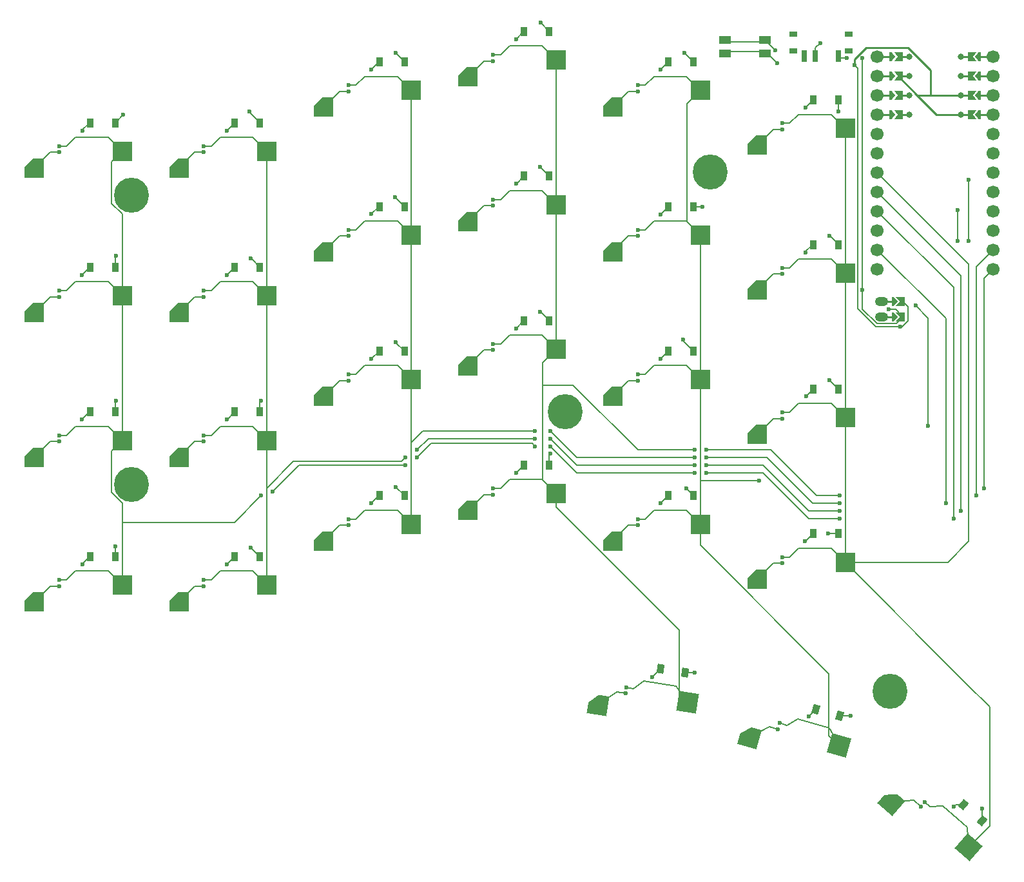
<source format=gbr>
%TF.GenerationSoftware,KiCad,Pcbnew,9.0.6*%
%TF.CreationDate,2026-01-10T00:21:16+01:00*%
%TF.ProjectId,shoedler54,73686f65-646c-4657-9235-342e6b696361,v1.0.0*%
%TF.SameCoordinates,Original*%
%TF.FileFunction,Copper,L1,Top*%
%TF.FilePolarity,Positive*%
%FSLAX46Y46*%
G04 Gerber Fmt 4.6, Leading zero omitted, Abs format (unit mm)*
G04 Created by KiCad (PCBNEW 9.0.6) date 2026-01-10 00:21:16*
%MOMM*%
%LPD*%
G01*
G04 APERTURE LIST*
G04 Aperture macros list*
%AMRotRect*
0 Rectangle, with rotation*
0 The origin of the aperture is its center*
0 $1 length*
0 $2 width*
0 $3 Rotation angle, in degrees counterclockwise*
0 Add horizontal line*
21,1,$1,$2,0,0,$3*%
%AMOutline5P*
0 Free polygon, 5 corners , with rotation*
0 The origin of the aperture is its center*
0 number of corners: always 5*
0 $1 to $10 corner X, Y*
0 $11 Rotation angle, in degrees counterclockwise*
0 create outline with 5 corners*
4,1,5,$1,$2,$3,$4,$5,$6,$7,$8,$9,$10,$1,$2,$11*%
%AMOutline6P*
0 Free polygon, 6 corners , with rotation*
0 The origin of the aperture is its center*
0 number of corners: always 6*
0 $1 to $12 corner X, Y*
0 $13 Rotation angle, in degrees counterclockwise*
0 create outline with 6 corners*
4,1,6,$1,$2,$3,$4,$5,$6,$7,$8,$9,$10,$11,$12,$1,$2,$13*%
%AMOutline7P*
0 Free polygon, 7 corners , with rotation*
0 The origin of the aperture is its center*
0 number of corners: always 7*
0 $1 to $14 corner X, Y*
0 $15 Rotation angle, in degrees counterclockwise*
0 create outline with 7 corners*
4,1,7,$1,$2,$3,$4,$5,$6,$7,$8,$9,$10,$11,$12,$13,$14,$1,$2,$15*%
%AMOutline8P*
0 Free polygon, 8 corners , with rotation*
0 The origin of the aperture is its center*
0 number of corners: always 8*
0 $1 to $16 corner X, Y*
0 $17 Rotation angle, in degrees counterclockwise*
0 create outline with 8 corners*
4,1,8,$1,$2,$3,$4,$5,$6,$7,$8,$9,$10,$11,$12,$13,$14,$15,$16,$1,$2,$17*%
%AMFreePoly0*
4,1,6,0.250000,0.000000,-0.250000,-0.625000,-0.500000,-0.625000,-0.500000,0.625000,-0.250000,0.625000,0.250000,0.000000,0.250000,0.000000,$1*%
%AMFreePoly1*
4,1,6,0.500000,-0.625000,-0.650000,-0.625000,-0.150000,0.000000,-0.650000,0.625000,0.500000,0.625000,0.500000,-0.625000,0.500000,-0.625000,$1*%
%AMFreePoly2*
4,1,6,0.600000,-1.000000,0.000000,-0.400000,-0.600000,-1.000000,-0.600000,0.250000,0.600000,0.250000,0.600000,-1.000000,0.600000,-1.000000,$1*%
%AMFreePoly3*
4,1,6,0.600000,-0.200000,0.600000,-0.400000,-0.600000,-0.400000,-0.600000,-0.200000,0.000000,0.400000,0.600000,-0.200000,0.600000,-0.200000,$1*%
G04 Aperture macros list end*
%TA.AperFunction,SMDPad,CuDef*%
%ADD10RotRect,0.900000X1.200000X164.000000*%
%TD*%
%TA.AperFunction,SMDPad,CuDef*%
%ADD11R,0.900000X1.200000*%
%TD*%
%TA.AperFunction,SMDPad,CuDef*%
%ADD12RotRect,0.900000X1.200000X139.000000*%
%TD*%
%TA.AperFunction,SMDPad,CuDef*%
%ADD13R,1.000000X0.800000*%
%TD*%
%TA.AperFunction,SMDPad,CuDef*%
%ADD14R,0.700000X1.500000*%
%TD*%
%TA.AperFunction,SMDPad,CuDef*%
%ADD15FreePoly0,180.000000*%
%TD*%
%TA.AperFunction,ComponentPad*%
%ADD16C,1.700000*%
%TD*%
%TA.AperFunction,SMDPad,CuDef*%
%ADD17FreePoly0,0.000000*%
%TD*%
%TA.AperFunction,ComponentPad*%
%ADD18C,0.800000*%
%TD*%
%TA.AperFunction,SMDPad,CuDef*%
%ADD19FreePoly1,180.000000*%
%TD*%
%TA.AperFunction,SMDPad,CuDef*%
%ADD20FreePoly1,0.000000*%
%TD*%
%TA.AperFunction,WasherPad*%
%ADD21C,4.600000*%
%TD*%
%TA.AperFunction,SMDPad,CuDef*%
%ADD22FreePoly2,270.000000*%
%TD*%
%TA.AperFunction,ComponentPad*%
%ADD23O,1.750000X1.200000*%
%TD*%
%TA.AperFunction,SMDPad,CuDef*%
%ADD24FreePoly3,270.000000*%
%TD*%
%TA.AperFunction,SMDPad,CuDef*%
%ADD25R,1.550000X1.000000*%
%TD*%
%TA.AperFunction,SMDPad,CuDef*%
%ADD26RotRect,0.900000X1.200000X171.000000*%
%TD*%
%TA.AperFunction,SMDPad,CuDef*%
%ADD27Outline5P,-1.300000X1.300000X1.300000X1.300000X1.300000X-0.117000X0.117000X-1.300000X-1.300000X-1.300000X180.000000*%
%TD*%
%TA.AperFunction,SMDPad,CuDef*%
%ADD28R,2.600000X2.600000*%
%TD*%
%TA.AperFunction,SMDPad,CuDef*%
%ADD29Outline5P,-1.300000X1.300000X1.300000X1.300000X1.300000X-0.117000X0.117000X-1.300000X-1.300000X-1.300000X171.000000*%
%TD*%
%TA.AperFunction,SMDPad,CuDef*%
%ADD30RotRect,2.600000X2.600000X171.000000*%
%TD*%
%TA.AperFunction,SMDPad,CuDef*%
%ADD31Outline5P,-1.300000X1.300000X1.300000X1.300000X1.300000X-0.117000X0.117000X-1.300000X-1.300000X-1.300000X139.000000*%
%TD*%
%TA.AperFunction,SMDPad,CuDef*%
%ADD32RotRect,2.600000X2.600000X139.000000*%
%TD*%
%TA.AperFunction,SMDPad,CuDef*%
%ADD33Outline5P,-1.300000X1.300000X1.300000X1.300000X1.300000X-0.117000X0.117000X-1.300000X-1.300000X-1.300000X164.000000*%
%TD*%
%TA.AperFunction,SMDPad,CuDef*%
%ADD34RotRect,2.600000X2.600000X164.000000*%
%TD*%
%TA.AperFunction,ViaPad*%
%ADD35C,0.600000*%
%TD*%
%TA.AperFunction,Conductor*%
%ADD36C,0.200000*%
%TD*%
%TA.AperFunction,Conductor*%
%ADD37C,0.250000*%
%TD*%
G04 APERTURE END LIST*
D10*
%TO.P,D26,1*%
%TO.N,r0*%
X252572247Y-170967899D03*
%TO.P,D26,2*%
%TO.N,c4_r0*%
X249400083Y-170058295D03*
%TD*%
D11*
%TO.P,D21,1*%
%TO.N,r1*%
X252350000Y-147000000D03*
%TO.P,D21,2*%
%TO.N,c5_r1*%
X249050000Y-147000000D03*
%TD*%
%TO.P,D7,1*%
%TO.N,r3*%
X176350000Y-112000000D03*
%TO.P,D7,2*%
%TO.N,c1_r3*%
X173050000Y-112000000D03*
%TD*%
D12*
%TO.P,D27,1*%
%TO.N,r0*%
X271257175Y-184733378D03*
%TO.P,D27,2*%
%TO.N,c5_r0*%
X268766633Y-182568384D03*
%TD*%
D11*
%TO.P,D19,1*%
%TO.N,r3*%
X233350000Y-104000000D03*
%TO.P,D19,2*%
%TO.N,c4_r3*%
X230050000Y-104000000D03*
%TD*%
%TO.P,D1,1*%
%TO.N,r1*%
X157350000Y-150000000D03*
%TO.P,D1,2*%
%TO.N,c0_r1*%
X154050000Y-150000000D03*
%TD*%
%TO.P,D8,1*%
%TO.N,r4*%
X176350000Y-93000000D03*
%TO.P,D8,2*%
%TO.N,c1_r4*%
X173050000Y-93000000D03*
%TD*%
%TO.P,D23,1*%
%TO.N,r3*%
X252350000Y-109000000D03*
%TO.P,D23,2*%
%TO.N,c5_r3*%
X249050000Y-109000000D03*
%TD*%
D13*
%TO.P,PWR1,*%
%TO.N,*%
X246450000Y-83585000D03*
X253750000Y-83585000D03*
X246450000Y-81375000D03*
X253750000Y-81375000D03*
D14*
%TO.P,PWR1,1*%
%TO.N,BAT_P*%
X252350000Y-84235000D03*
%TO.P,PWR1,2*%
%TO.N,RAW*%
X249350000Y-84235000D03*
%TO.P,PWR1,3*%
%TO.N,N/C*%
X247850000Y-84235000D03*
%TD*%
D11*
%TO.P,D15,1*%
%TO.N,r3*%
X214350000Y-100000000D03*
%TO.P,D15,2*%
%TO.N,c3_r3*%
X211050000Y-100000000D03*
%TD*%
%TO.P,D5,1*%
%TO.N,r1*%
X176350000Y-150000000D03*
%TO.P,D5,2*%
%TO.N,c1_r1*%
X173050000Y-150000000D03*
%TD*%
%TO.P,D11,1*%
%TO.N,r3*%
X195350000Y-104000000D03*
%TO.P,D11,2*%
%TO.N,c2_r3*%
X192050000Y-104000000D03*
%TD*%
D15*
%TO.P,MCU1,1*%
%TO.N,MCU1_1*%
X270600000Y-84300000D03*
D16*
X272720000Y-84300000D03*
D15*
%TO.P,MCU1,2*%
%TO.N,MCU1_2*%
X270600000Y-86840000D03*
D16*
X272720000Y-86840000D03*
D15*
%TO.P,MCU1,3*%
%TO.N,MCU1_3*%
X270600000Y-89380000D03*
D16*
X272720000Y-89380000D03*
D15*
%TO.P,MCU1,4*%
%TO.N,MCU1_4*%
X270600000Y-91920000D03*
D16*
X272720000Y-91920000D03*
%TO.P,MCU1,5*%
%TO.N,r4*%
X272720000Y-94460000D03*
%TO.P,MCU1,6*%
%TO.N,r1*%
X272720000Y-97000000D03*
%TO.P,MCU1,7*%
%TO.N,r2*%
X272720000Y-99540000D03*
%TO.P,MCU1,8*%
%TO.N,r3*%
X272720000Y-102080000D03*
%TO.P,MCU1,9*%
%TO.N,DA*%
X272720000Y-104620000D03*
%TO.P,MCU1,10*%
%TO.N,CL*%
X272720000Y-107160000D03*
%TO.P,MCU1,11*%
%TO.N,c3*%
X272720000Y-109700000D03*
%TO.P,MCU1,12*%
%TO.N,c4*%
X272720000Y-112240000D03*
%TO.P,MCU1,13*%
%TO.N,r0*%
X257480000Y-112240000D03*
%TO.P,MCU1,14*%
%TO.N,c2*%
X257480000Y-109700000D03*
%TO.P,MCU1,15*%
%TO.N,CS*%
X257480000Y-107160000D03*
%TO.P,MCU1,16*%
%TO.N,c0*%
X257480000Y-104620000D03*
%TO.P,MCU1,17*%
%TO.N,c1*%
X257480000Y-102080000D03*
%TO.P,MCU1,18*%
%TO.N,c5*%
X257480000Y-99540000D03*
%TO.P,MCU1,19*%
%TO.N,P20*%
X257480000Y-97000000D03*
%TO.P,MCU1,20*%
%TO.N,P21*%
X257480000Y-94460000D03*
%TO.P,MCU1,21*%
%TO.N,MCU1_21*%
X257480000Y-91920000D03*
D17*
X259600000Y-91920000D03*
D16*
%TO.P,MCU1,22*%
%TO.N,MCU1_22*%
X257480000Y-89380000D03*
D17*
X259600000Y-89380000D03*
D16*
%TO.P,MCU1,23*%
%TO.N,MCU1_23*%
X257480000Y-86840000D03*
D17*
X259600000Y-86840000D03*
D16*
%TO.P,MCU1,24*%
%TO.N,MCU1_24*%
X257480000Y-84300000D03*
D17*
X259600000Y-84300000D03*
D18*
%TO.P,MCU1,101*%
%TO.N,P1*%
X268500000Y-84300000D03*
D19*
X269875000Y-84300000D03*
D18*
%TO.P,MCU1,102*%
%TO.N,P0*%
X268500000Y-86840000D03*
D19*
X269875000Y-86840000D03*
D18*
%TO.P,MCU1,103*%
%TO.N,GND*%
X268500000Y-89380000D03*
D19*
X269875000Y-89380000D03*
D18*
%TO.P,MCU1,104*%
X268500000Y-91920000D03*
D19*
X269875000Y-91920000D03*
D20*
%TO.P,MCU1,121*%
%TO.N,VCC*%
X260325000Y-91920000D03*
D18*
X261700000Y-91920000D03*
D20*
%TO.P,MCU1,122*%
%TO.N,RST*%
X260325000Y-89380000D03*
D18*
X261700000Y-89380000D03*
D20*
%TO.P,MCU1,123*%
%TO.N,GND*%
X260325000Y-86840000D03*
D18*
X261700000Y-86840000D03*
D20*
%TO.P,MCU1,124*%
%TO.N,RAW*%
X260325000Y-84300000D03*
D18*
X261700000Y-84300000D03*
%TD*%
D11*
%TO.P,D16,1*%
%TO.N,r4*%
X214350000Y-81000000D03*
%TO.P,D16,2*%
%TO.N,c3_r4*%
X211050000Y-81000000D03*
%TD*%
%TO.P,D12,1*%
%TO.N,r4*%
X195350000Y-85000000D03*
%TO.P,D12,2*%
%TO.N,c2_r4*%
X192050000Y-85000000D03*
%TD*%
D21*
%TO.P,MH1,*%
%TO.N,*%
X159500000Y-102500000D03*
%TD*%
%TO.P,MH5,*%
%TO.N,*%
X216500000Y-131000000D03*
%TD*%
D11*
%TO.P,D22,1*%
%TO.N,r2*%
X252350000Y-128000000D03*
%TO.P,D22,2*%
%TO.N,c5_r2*%
X249050000Y-128000000D03*
%TD*%
D21*
%TO.P,MH4,*%
%TO.N,*%
X259163733Y-167726197D03*
%TD*%
%TO.P,MH3,*%
%TO.N,*%
X159500000Y-140500000D03*
%TD*%
D11*
%TO.P,D17,1*%
%TO.N,r1*%
X233350000Y-142000000D03*
%TO.P,D17,2*%
%TO.N,c4_r1*%
X230050000Y-142000000D03*
%TD*%
%TO.P,D9,1*%
%TO.N,r1*%
X195350000Y-142000000D03*
%TO.P,D9,2*%
%TO.N,c2_r1*%
X192050000Y-142000000D03*
%TD*%
D22*
%TO.P,JST1,1*%
%TO.N,BAT_P*%
X260876000Y-118500000D03*
%TO.P,JST1,2*%
%TO.N,GND*%
X260876000Y-116500000D03*
D23*
%TO.P,JST1,11*%
%TO.N,JST1_1*%
X258060000Y-118500000D03*
%TO.P,JST1,12*%
%TO.N,JST1_2*%
X258060000Y-116500000D03*
D24*
%TO.P,JST1,21*%
%TO.N,JST1_1*%
X259860000Y-118500000D03*
%TO.P,JST1,22*%
%TO.N,JST1_2*%
X259860000Y-116500000D03*
%TD*%
D11*
%TO.P,D14,1*%
%TO.N,r2*%
X214350000Y-119000000D03*
%TO.P,D14,2*%
%TO.N,c3_r2*%
X211050000Y-119000000D03*
%TD*%
%TO.P,D24,1*%
%TO.N,r4*%
X252350000Y-90000000D03*
%TO.P,D24,2*%
%TO.N,c5_r4*%
X249050000Y-90000000D03*
%TD*%
%TO.P,D6,1*%
%TO.N,r2*%
X176350000Y-131000000D03*
%TO.P,D6,2*%
%TO.N,c1_r2*%
X173050000Y-131000000D03*
%TD*%
%TO.P,D20,1*%
%TO.N,r4*%
X233350000Y-85000000D03*
%TO.P,D20,2*%
%TO.N,c4_r4*%
X230050000Y-85000000D03*
%TD*%
D25*
%TO.P,RST1,1*%
%TO.N,GND*%
X242725000Y-82150000D03*
%TO.P,RST1,2*%
%TO.N,RST*%
X242725000Y-83850000D03*
%TO.P,RST1,3*%
%TO.N,GND*%
X237475000Y-82150000D03*
%TO.P,RST1,4*%
%TO.N,RST*%
X237475000Y-83850000D03*
%TD*%
D11*
%TO.P,D4,1*%
%TO.N,r4*%
X157350000Y-93000000D03*
%TO.P,D4,2*%
%TO.N,c0_r4*%
X154050000Y-93000000D03*
%TD*%
D21*
%TO.P,MH2,*%
%TO.N,*%
X235500000Y-99500000D03*
%TD*%
D26*
%TO.P,D25,1*%
%TO.N,r0*%
X232257010Y-165294794D03*
%TO.P,D25,2*%
%TO.N,c3_r0*%
X228997638Y-164778560D03*
%TD*%
D11*
%TO.P,D2,1*%
%TO.N,r2*%
X157350000Y-131000000D03*
%TO.P,D2,2*%
%TO.N,c0_r2*%
X154050000Y-131000000D03*
%TD*%
%TO.P,D3,1*%
%TO.N,r3*%
X157350000Y-112000000D03*
%TO.P,D3,2*%
%TO.N,c0_r3*%
X154050000Y-112000000D03*
%TD*%
%TO.P,D10,1*%
%TO.N,r2*%
X195350000Y-123000000D03*
%TO.P,D10,2*%
%TO.N,c2_r2*%
X192050000Y-123000000D03*
%TD*%
%TO.P,D13,1*%
%TO.N,r1*%
X214350000Y-138000000D03*
%TO.P,D13,2*%
%TO.N,c3_r1*%
X211050000Y-138000000D03*
%TD*%
%TO.P,D18,1*%
%TO.N,r2*%
X233350000Y-123000000D03*
%TO.P,D18,2*%
%TO.N,c4_r2*%
X230050000Y-123000000D03*
%TD*%
D27*
%TO.P,S19,1*%
%TO.N,c4_r3*%
X222725000Y-109950000D03*
D28*
%TO.P,S19,2*%
%TO.N,c4*%
X234275000Y-107750000D03*
%TD*%
D27*
%TO.P,S6,1*%
%TO.N,c1_r2*%
X165725000Y-136950000D03*
D28*
%TO.P,S6,2*%
%TO.N,c1*%
X177275000Y-134750000D03*
%TD*%
D27*
%TO.P,S24,1*%
%TO.N,c5_r4*%
X241725000Y-95950000D03*
D28*
%TO.P,S24,2*%
%TO.N,c5*%
X253275000Y-93750000D03*
%TD*%
D27*
%TO.P,S8,1*%
%TO.N,c1_r4*%
X165725000Y-98950000D03*
D28*
%TO.P,S8,2*%
%TO.N,c1*%
X177275000Y-96750000D03*
%TD*%
D27*
%TO.P,S7,1*%
%TO.N,c1_r3*%
X165725000Y-117950000D03*
D28*
%TO.P,S7,2*%
%TO.N,c1*%
X177275000Y-115750000D03*
%TD*%
D27*
%TO.P,S4,1*%
%TO.N,c0_r4*%
X146725000Y-98950000D03*
D28*
%TO.P,S4,2*%
%TO.N,c0*%
X158275000Y-96750000D03*
%TD*%
D29*
%TO.P,S25,1*%
%TO.N,c3_r0*%
X220832036Y-169509423D03*
D30*
%TO.P,S25,2*%
%TO.N,c3*%
X232583992Y-169143325D03*
%TD*%
D27*
%TO.P,S5,1*%
%TO.N,c1_r1*%
X165725000Y-155950000D03*
D28*
%TO.P,S5,2*%
%TO.N,c1*%
X177275000Y-153750000D03*
%TD*%
D27*
%TO.P,S14,1*%
%TO.N,c3_r2*%
X203725000Y-124950000D03*
D28*
%TO.P,S14,2*%
%TO.N,c3*%
X215275000Y-122750000D03*
%TD*%
D27*
%TO.P,S23,1*%
%TO.N,c5_r3*%
X241725000Y-114950000D03*
D28*
%TO.P,S23,2*%
%TO.N,c5*%
X253275000Y-112750000D03*
%TD*%
D27*
%TO.P,S20,1*%
%TO.N,c4_r4*%
X222725000Y-90950000D03*
D28*
%TO.P,S20,2*%
%TO.N,c4*%
X234275000Y-88750000D03*
%TD*%
D27*
%TO.P,S16,1*%
%TO.N,c3_r4*%
X203725000Y-86950000D03*
D28*
%TO.P,S16,2*%
%TO.N,c3*%
X215275000Y-84750000D03*
%TD*%
D27*
%TO.P,S1,1*%
%TO.N,c0_r1*%
X146725000Y-155950000D03*
D28*
%TO.P,S1,2*%
%TO.N,c0*%
X158275000Y-153750000D03*
%TD*%
D27*
%TO.P,S15,1*%
%TO.N,c3_r3*%
X203725000Y-105950000D03*
D28*
%TO.P,S15,2*%
%TO.N,c3*%
X215275000Y-103750000D03*
%TD*%
D27*
%TO.P,S2,1*%
%TO.N,c0_r2*%
X146725000Y-136950000D03*
D28*
%TO.P,S2,2*%
%TO.N,c0*%
X158275000Y-134750000D03*
%TD*%
D27*
%TO.P,S18,1*%
%TO.N,c4_r2*%
X222725000Y-128950000D03*
D28*
%TO.P,S18,2*%
%TO.N,c4*%
X234275000Y-126750000D03*
%TD*%
D27*
%TO.P,S17,1*%
%TO.N,c4_r1*%
X222725000Y-147950000D03*
D28*
%TO.P,S17,2*%
%TO.N,c4*%
X234275000Y-145750000D03*
%TD*%
D27*
%TO.P,S11,1*%
%TO.N,c2_r3*%
X184725000Y-109950000D03*
D28*
%TO.P,S11,2*%
%TO.N,c2*%
X196275000Y-107750000D03*
%TD*%
D27*
%TO.P,S21,1*%
%TO.N,c5_r1*%
X241725000Y-152950000D03*
D28*
%TO.P,S21,2*%
%TO.N,c5*%
X253275000Y-150750000D03*
%TD*%
D27*
%TO.P,S12,1*%
%TO.N,c2_r4*%
X184725000Y-90950000D03*
D28*
%TO.P,S12,2*%
%TO.N,c2*%
X196275000Y-88750000D03*
%TD*%
D27*
%TO.P,S9,1*%
%TO.N,c2_r1*%
X184725000Y-147950000D03*
D28*
%TO.P,S9,2*%
%TO.N,c2*%
X196275000Y-145750000D03*
%TD*%
D27*
%TO.P,S3,1*%
%TO.N,c0_r3*%
X146725000Y-117950000D03*
D28*
%TO.P,S3,2*%
%TO.N,c0*%
X158275000Y-115750000D03*
%TD*%
D27*
%TO.P,S13,1*%
%TO.N,c3_r1*%
X203725000Y-143950000D03*
D28*
%TO.P,S13,2*%
%TO.N,c3*%
X215275000Y-141750000D03*
%TD*%
D27*
%TO.P,S22,1*%
%TO.N,c5_r2*%
X241725000Y-133950000D03*
D28*
%TO.P,S22,2*%
%TO.N,c5*%
X253275000Y-131750000D03*
%TD*%
D31*
%TO.P,S27,1*%
%TO.N,c5_r0*%
X259334834Y-182253274D03*
D32*
%TO.P,S27,2*%
%TO.N,c5*%
X269495059Y-188170394D03*
%TD*%
D33*
%TO.P,S26,1*%
%TO.N,c4_r0*%
X240718799Y-173758759D03*
D34*
%TO.P,S26,2*%
%TO.N,c4*%
X252427772Y-174827594D03*
%TD*%
D27*
%TO.P,S10,1*%
%TO.N,c2_r2*%
X184725000Y-128950000D03*
D28*
%TO.P,S10,2*%
%TO.N,c2*%
X196275000Y-126750000D03*
%TD*%
D35*
%TO.N,GND*%
X260500000Y-119802000D03*
%TO.N,BAT_P*%
X259000000Y-117500000D03*
X253500000Y-84500000D03*
%TO.N,GND*%
X244044869Y-83437757D03*
%TO.N,RST*%
X244325000Y-85175000D03*
%TO.N,r3*%
X234500000Y-104000000D03*
%TO.N,c4_r3*%
X229025000Y-105025000D03*
%TO.N,RAW*%
X250000000Y-82500000D03*
%TO.N,r4*%
X252350000Y-91500000D03*
%TO.N,c5_r4*%
X248025000Y-91025000D03*
%TO.N,r4*%
X232175000Y-83825000D03*
%TO.N,c4_r4*%
X229025000Y-86025000D03*
%TO.N,r4*%
X213216826Y-79866826D03*
%TO.N,c3_r4*%
X210025000Y-82025000D03*
%TO.N,r4*%
X194175000Y-83825000D03*
%TO.N,c2_r4*%
X191000000Y-86000000D03*
%TO.N,r4*%
X175000000Y-91500000D03*
%TO.N,c1_r4*%
X172025000Y-94025000D03*
%TO.N,r4*%
X158425000Y-91925000D03*
%TO.N,c0_r4*%
X153025000Y-94025000D03*
%TO.N,r3*%
X157500000Y-110500000D03*
%TO.N,c0_r3*%
X153000000Y-113000000D03*
%TO.N,r3*%
X175175000Y-110825000D03*
%TO.N,c1_r3*%
X172025000Y-113025000D03*
%TO.N,r3*%
X194127111Y-102777111D03*
%TO.N,c2_r3*%
X191000000Y-105000000D03*
%TO.N,r3*%
X213175000Y-98825000D03*
%TO.N,c3_r3*%
X210000000Y-101000000D03*
%TO.N,r3*%
X251175000Y-107825000D03*
%TO.N,c5_r3*%
X248025000Y-110025000D03*
%TO.N,r2*%
X251175000Y-126825000D03*
%TO.N,c5_r2*%
X248112089Y-128945193D03*
%TO.N,r2*%
X232000000Y-121500000D03*
%TO.N,c4_r2*%
X229025000Y-124025000D03*
%TO.N,r2*%
X213175000Y-117825000D03*
%TO.N,c3_r2*%
X210000000Y-120000000D03*
%TO.N,r2*%
X194175000Y-121825000D03*
%TO.N,c2_r2*%
X191000000Y-124000000D03*
%TO.N,r2*%
X176500000Y-129500000D03*
%TO.N,c1_r2*%
X172000000Y-132000000D03*
%TO.N,r2*%
X157500000Y-129500000D03*
%TO.N,c0_r2*%
X153000000Y-132000000D03*
%TO.N,c0_r1*%
X153025000Y-151025000D03*
%TO.N,r1*%
X157350000Y-148645862D03*
X175175000Y-148825000D03*
%TO.N,c1_r1*%
X172025000Y-151025000D03*
%TO.N,r0*%
X271257175Y-183080363D03*
%TO.N,c5_r0*%
X267500000Y-182835844D03*
%TO.N,c4_r0*%
X248479189Y-170979189D03*
%TO.N,r0*%
X253967899Y-170967899D03*
%TO.N,c3_r0*%
X227888099Y-165888099D03*
%TO.N,r0*%
X233500000Y-165294794D03*
%TO.N,c2_r1*%
X191000000Y-143000000D03*
%TO.N,r1*%
X194211098Y-140854309D03*
X232425000Y-141075000D03*
%TO.N,c4_r1*%
X229000000Y-143000000D03*
%TO.N,r1*%
X251000000Y-147000000D03*
%TO.N,c5_r1*%
X248000000Y-148000000D03*
%TO.N,r1*%
X214500000Y-136500000D03*
%TO.N,c3_r1*%
X210025000Y-139025000D03*
%TO.N,GND*%
X254500000Y-85451000D03*
%TO.N,BAT_P*%
X255500000Y-115000000D03*
X255500000Y-84500000D03*
%TO.N,r1*%
X269500000Y-100500000D03*
X269500000Y-108500000D03*
%TO.N,r2*%
X268000000Y-104500000D03*
X268000000Y-108500000D03*
%TO.N,r0*%
X262508665Y-116991335D03*
X264174972Y-132825028D03*
%TO.N,c0_r1*%
X150000000Y-153875000D03*
%TO.N,c0*%
X214500000Y-135500000D03*
X212500000Y-135500000D03*
X195500000Y-138000000D03*
X267500000Y-145000000D03*
X150000000Y-134075000D03*
X176500000Y-142000000D03*
X252500000Y-145000000D03*
X197000000Y-137000000D03*
X150000000Y-153075000D03*
X235000000Y-139000000D03*
X233500000Y-139000000D03*
X178000000Y-141500000D03*
X150000000Y-96075000D03*
X150000000Y-115075000D03*
%TO.N,c0_r2*%
X150000000Y-134875000D03*
%TO.N,c0_r3*%
X150000000Y-115875000D03*
%TO.N,c0_r4*%
X150000000Y-96875000D03*
%TO.N,c1_r1*%
X169000000Y-153875000D03*
%TO.N,c1*%
X212500000Y-134500000D03*
X195500000Y-137000000D03*
X197000000Y-136000000D03*
X252500000Y-144000000D03*
X233500000Y-138000000D03*
X214500000Y-134500000D03*
X268500000Y-144000000D03*
X169000000Y-96075000D03*
X235000000Y-138000000D03*
X169000000Y-134075000D03*
X169000000Y-115075000D03*
X169000000Y-153075000D03*
%TO.N,c1_r2*%
X169000000Y-134875000D03*
%TO.N,c1_r3*%
X169000000Y-115875000D03*
%TO.N,c1_r4*%
X169000000Y-96875000D03*
%TO.N,c2_r1*%
X188000000Y-145875000D03*
%TO.N,c2*%
X266500000Y-143000000D03*
X212500000Y-133500000D03*
X188000000Y-107075000D03*
X188000000Y-126075000D03*
X188000000Y-88075000D03*
X233500000Y-137000000D03*
X235000000Y-137000000D03*
X188000000Y-145075000D03*
X214500000Y-133500000D03*
X252500000Y-143000000D03*
%TO.N,c2_r2*%
X188000000Y-126875000D03*
%TO.N,c2_r3*%
X188000000Y-107875000D03*
%TO.N,c2_r4*%
X188000000Y-88875000D03*
%TO.N,c3_r1*%
X207000000Y-141875000D03*
%TO.N,c3*%
X224516464Y-167182142D03*
X233500000Y-136000000D03*
X235000000Y-136000000D03*
X207000000Y-122075000D03*
X207000000Y-84075000D03*
X207000000Y-141075000D03*
X270500000Y-142000000D03*
X207000000Y-103075000D03*
X252500000Y-142000000D03*
%TO.N,c3_r2*%
X207000000Y-122875000D03*
%TO.N,c3_r3*%
X207000000Y-103875000D03*
%TO.N,c3_r4*%
X207000000Y-84875000D03*
%TO.N,c4_r1*%
X226000000Y-145875000D03*
%TO.N,c4*%
X271500000Y-141000000D03*
X244659388Y-171897844D03*
X226000000Y-107075000D03*
X226000000Y-145075000D03*
X226000000Y-126075000D03*
X242000000Y-140000000D03*
X226000000Y-88075000D03*
%TO.N,c4_r2*%
X226000000Y-126875000D03*
%TO.N,c4_r3*%
X226000000Y-107875000D03*
%TO.N,c4_r4*%
X226000000Y-88875000D03*
%TO.N,c5_r1*%
X245000000Y-150875000D03*
%TO.N,c5*%
X245000000Y-112075000D03*
X245000000Y-93075000D03*
X245000000Y-150075000D03*
X263692678Y-182232077D03*
X245000000Y-131075000D03*
%TO.N,c5_r2*%
X245000000Y-131875000D03*
%TO.N,c5_r3*%
X245000000Y-112875000D03*
%TO.N,c5_r4*%
X245000000Y-93875000D03*
%TO.N,c3_r0*%
X224391316Y-167972292D03*
%TO.N,c4_r0*%
X244438878Y-172666853D03*
%TO.N,c5_r0*%
X263167830Y-182835844D03*
%TD*%
D36*
%TO.N,c1*%
X180775000Y-137500000D02*
X192500000Y-137500000D01*
%TO.N,c3*%
X213500000Y-127500000D02*
X213500000Y-124525000D01*
X217500000Y-127500000D02*
X226000000Y-136000000D01*
X213500000Y-127500000D02*
X217500000Y-127500000D01*
%TO.N,GND*%
X260500000Y-119802000D02*
X260715330Y-119802000D01*
%TO.N,BAT_P*%
X259876000Y-117500000D02*
X259000000Y-117500000D01*
X260876000Y-118500000D02*
X259876000Y-117500000D01*
%TO.N,RST*%
X237475000Y-83850000D02*
X237676000Y-83649000D01*
X237676000Y-83649000D02*
X242524000Y-83649000D01*
X242524000Y-83649000D02*
X242725000Y-83850000D01*
%TO.N,GND*%
X237475000Y-82150000D02*
X237676000Y-82351000D01*
X237676000Y-82351000D02*
X242524000Y-82351000D01*
X242524000Y-82351000D02*
X242725000Y-82150000D01*
%TO.N,BAT_P*%
X252556860Y-84441860D02*
X253341312Y-84441860D01*
X252350000Y-84235000D02*
X252556860Y-84441860D01*
%TO.N,GND*%
X242757112Y-82150000D02*
X244044869Y-83437757D01*
X242725000Y-82150000D02*
X242757112Y-82150000D01*
%TO.N,RST*%
X243027291Y-83850000D02*
X244319835Y-85142544D01*
X242725000Y-83850000D02*
X243027291Y-83850000D01*
%TO.N,r3*%
X234500000Y-104000000D02*
X234584505Y-104000000D01*
X233350000Y-104000000D02*
X234500000Y-104000000D01*
%TO.N,c4_r3*%
X230050000Y-104000000D02*
X230035876Y-104000000D01*
X230035876Y-104000000D02*
X229090799Y-104945076D01*
%TO.N,RAW*%
X249350000Y-83150000D02*
X250000000Y-82500000D01*
X249350000Y-84235000D02*
X249350000Y-83150000D01*
%TO.N,r4*%
X252350000Y-91425240D02*
X252354581Y-91429821D01*
X252350000Y-90000000D02*
X252350000Y-91425240D01*
%TO.N,c5_r4*%
X248025000Y-91025000D02*
X248000000Y-91050000D01*
X248000000Y-91050000D02*
X248000000Y-91000000D01*
X249050000Y-90000000D02*
X248025000Y-91025000D01*
%TO.N,r4*%
X233350000Y-84977566D02*
X232245553Y-83873119D01*
X233350000Y-85000000D02*
X233350000Y-84977566D01*
%TO.N,c4_r4*%
X230000000Y-85000000D02*
X229000000Y-86000000D01*
X230050000Y-85000000D02*
X230000000Y-85000000D01*
%TO.N,r4*%
X214350000Y-81000000D02*
X213216826Y-79866826D01*
%TO.N,c3_r4*%
X211000000Y-81000000D02*
X210000000Y-82000000D01*
X211050000Y-81000000D02*
X211000000Y-81000000D01*
%TO.N,r4*%
X195350000Y-84983294D02*
X194259556Y-83892850D01*
X195350000Y-85000000D02*
X195350000Y-84983294D01*
%TO.N,c2_r4*%
X192000000Y-85000000D02*
X191000000Y-86000000D01*
X192050000Y-85000000D02*
X192000000Y-85000000D01*
%TO.N,r4*%
X176350000Y-92973747D02*
X175077803Y-91701550D01*
X176350000Y-93000000D02*
X176350000Y-92973747D01*
%TO.N,c1_r4*%
X172025000Y-94025000D02*
X172000000Y-94050000D01*
X172000000Y-94050000D02*
X172000000Y-94000000D01*
X173050000Y-93000000D02*
X172025000Y-94025000D01*
%TO.N,r4*%
X157353407Y-93000000D02*
X158499098Y-91854309D01*
X157350000Y-93000000D02*
X157353407Y-93000000D01*
%TO.N,c0_r4*%
X154000000Y-93000000D02*
X153000000Y-94000000D01*
X154050000Y-93000000D02*
X154000000Y-93000000D01*
%TO.N,r3*%
X157350000Y-110558059D02*
X157360692Y-110547367D01*
X157350000Y-112000000D02*
X157350000Y-110558059D01*
%TO.N,c0_r3*%
X154000000Y-112000000D02*
X153000000Y-113000000D01*
X154050000Y-112000000D02*
X154000000Y-112000000D01*
%TO.N,r3*%
X176350000Y-112000000D02*
X176350000Y-111962860D01*
X176350000Y-111962860D02*
X175294630Y-110907490D01*
%TO.N,c1_r3*%
X173000000Y-112000000D02*
X172000000Y-113000000D01*
%TO.N,r3*%
X194127111Y-102777111D02*
X194127111Y-102771464D01*
X195350000Y-104000000D02*
X194127111Y-102777111D01*
%TO.N,c2_r3*%
X192000000Y-104000000D02*
X191000000Y-105000000D01*
X192050000Y-104000000D02*
X192000000Y-104000000D01*
%TO.N,r3*%
X214341597Y-100000000D02*
X213234096Y-98892499D01*
X214350000Y-100000000D02*
X214341597Y-100000000D01*
%TO.N,c3_r3*%
X211050000Y-100000000D02*
X210000000Y-101050000D01*
%TO.N,r3*%
X252350000Y-108982240D02*
X251145690Y-107777930D01*
X252350000Y-109000000D02*
X252350000Y-108982240D01*
%TO.N,c5_r3*%
X249000000Y-109000000D02*
X248000000Y-110000000D01*
X249050000Y-109000000D02*
X249000000Y-109000000D01*
%TO.N,r2*%
X252350000Y-127989307D02*
X251291381Y-126930688D01*
X252350000Y-128000000D02*
X252350000Y-127989307D01*
%TO.N,c5_r2*%
X249050000Y-128000000D02*
X249050000Y-128007283D01*
X249050000Y-128007283D02*
X248112089Y-128945193D01*
%TO.N,r2*%
X233350000Y-122976578D02*
X232002479Y-121629057D01*
X233350000Y-123000000D02*
X233350000Y-122976578D01*
%TO.N,c4_r2*%
X230000000Y-123000000D02*
X229000000Y-124000000D01*
X230050000Y-123000000D02*
X230000000Y-123000000D01*
%TO.N,r2*%
X214350000Y-118982239D02*
X213246123Y-117878362D01*
X214350000Y-119000000D02*
X214350000Y-118982239D01*
%TO.N,c3_r2*%
X211000000Y-119000000D02*
X210000000Y-120000000D01*
X211050000Y-119000000D02*
X211000000Y-119000000D01*
%TO.N,r2*%
X195350000Y-122983294D02*
X194236927Y-121870221D01*
X195350000Y-123000000D02*
X195350000Y-122983294D01*
%TO.N,c2_r2*%
X191000000Y-124050000D02*
X191000000Y-124000000D01*
X192050000Y-123000000D02*
X191000000Y-124050000D01*
%TO.N,r2*%
X176350000Y-131000000D02*
X176350000Y-129532254D01*
%TO.N,c1_r2*%
X172000000Y-132050000D02*
X172000000Y-132000000D01*
X173050000Y-131000000D02*
X172000000Y-132050000D01*
%TO.N,r2*%
X157350000Y-131000000D02*
X157350000Y-129650000D01*
%TO.N,c0_r2*%
X154000000Y-131000000D02*
X153000000Y-132000000D01*
X154050000Y-131000000D02*
X154000000Y-131000000D01*
%TO.N,c0_r1*%
X154000000Y-150000000D02*
X153000000Y-151000000D01*
X154050000Y-150000000D02*
X154000000Y-150000000D01*
%TO.N,r1*%
X157350000Y-150000000D02*
X157350000Y-148645862D01*
X175175000Y-148825000D02*
X176350000Y-150000000D01*
X175245553Y-148895553D02*
X175245553Y-148877223D01*
%TO.N,c1_r1*%
X173000000Y-150000000D02*
X172000000Y-151000000D01*
%TO.N,r0*%
X271257175Y-184733378D02*
X271257175Y-183080363D01*
%TO.N,c5_r0*%
X267752409Y-182568384D02*
X267495896Y-182824897D01*
X268766633Y-182568384D02*
X267752409Y-182568384D01*
%TO.N,c4_r0*%
X249400083Y-170058295D02*
X248479189Y-170979189D01*
%TO.N,r0*%
X252572247Y-170967899D02*
X253967899Y-170967899D01*
%TO.N,c3_r0*%
X228997638Y-164781692D02*
X227908042Y-165871288D01*
X228997638Y-164778560D02*
X228997638Y-164781692D01*
%TO.N,r0*%
X233500000Y-165294794D02*
X233657837Y-165294794D01*
X232257010Y-165294794D02*
X233500000Y-165294794D01*
%TO.N,c2_r1*%
X192000000Y-142000000D02*
X191000000Y-143000000D01*
X192050000Y-142000000D02*
X192000000Y-142000000D01*
%TO.N,r1*%
X195350000Y-141993211D02*
X194211098Y-140854309D01*
X195350000Y-142000000D02*
X195350000Y-141993211D01*
X232425000Y-141075000D02*
X232350000Y-141000000D01*
X233350000Y-142000000D02*
X232425000Y-141075000D01*
%TO.N,c4_r1*%
X230000000Y-142000000D02*
X229000000Y-143000000D01*
X230050000Y-142000000D02*
X230000000Y-142000000D01*
%TO.N,r1*%
X252350000Y-147000000D02*
X251000000Y-147000000D01*
%TO.N,c5_r1*%
X248000000Y-148000000D02*
X248050000Y-148000000D01*
X248050000Y-148000000D02*
X249050000Y-147000000D01*
%TO.N,r1*%
X214350000Y-138000000D02*
X214350000Y-136650000D01*
%TO.N,c3_r1*%
X210025000Y-139025000D02*
X210000000Y-139050000D01*
X211050000Y-138000000D02*
X210025000Y-139025000D01*
D37*
%TO.N,GND*%
X264500000Y-89380000D02*
X268500000Y-89380000D01*
X254500000Y-84614702D02*
X254500000Y-85451000D01*
X264500000Y-89380000D02*
X264500000Y-86073280D01*
X255990702Y-83124000D02*
X254500000Y-84614702D01*
X264500000Y-86073280D02*
X261550720Y-83124000D01*
X261550720Y-83124000D02*
X255990702Y-83124000D01*
X268500000Y-91920000D02*
X265266720Y-91920000D01*
X265266720Y-91920000D02*
X262726720Y-89380000D01*
X260325000Y-86840000D02*
X260325000Y-86978280D01*
X260325000Y-86978280D02*
X262726720Y-89380000D01*
X262726720Y-89380000D02*
X264500000Y-89380000D01*
D36*
X254500000Y-85451000D02*
X254876000Y-85827000D01*
X254876000Y-85827000D02*
X254876000Y-117432306D01*
X260715330Y-119802000D02*
X261500000Y-119017330D01*
X261500000Y-119017330D02*
X261500000Y-117124000D01*
X261500000Y-117124000D02*
X260876000Y-116500000D01*
X254876000Y-117432306D02*
X257245694Y-119802000D01*
X257245694Y-119802000D02*
X260500000Y-119802000D01*
%TO.N,BAT_P*%
X260876000Y-118500000D02*
X259975000Y-119401000D01*
X259975000Y-119401000D02*
X257411794Y-119401000D01*
X257411794Y-119401000D02*
X255500000Y-117489206D01*
X255500000Y-117489206D02*
X255500000Y-115000000D01*
X255500000Y-84500000D02*
X255500000Y-115000000D01*
%TO.N,r1*%
X269500000Y-101000000D02*
X269500000Y-100500000D01*
X269500000Y-108500000D02*
X269500000Y-101000000D01*
%TO.N,r2*%
X268000000Y-108500000D02*
X268000000Y-104500000D01*
%TO.N,r0*%
X264174972Y-132825028D02*
X264174972Y-118657642D01*
X264174972Y-118657642D02*
X262508665Y-116991335D01*
X257757330Y-112240000D02*
X257480000Y-112240000D01*
%TO.N,c0_r1*%
X148800000Y-153875000D02*
X150000000Y-153875000D01*
X146725000Y-155950000D02*
X148800000Y-153875000D01*
%TO.N,c0*%
X156899000Y-98126000D02*
X156899000Y-103577370D01*
X197000000Y-137000000D02*
X198851000Y-135149000D01*
X212149000Y-135149000D02*
X212500000Y-135500000D01*
X158275000Y-115750000D02*
X156421000Y-113896000D01*
X150975000Y-96075000D02*
X150000000Y-96075000D01*
X156421000Y-151896000D02*
X152154000Y-151896000D01*
X267500000Y-114640000D02*
X267500000Y-145000000D01*
X242500000Y-139000000D02*
X248500000Y-145000000D01*
X267430000Y-114570000D02*
X267500000Y-114640000D01*
X156899000Y-136126000D02*
X156899000Y-141577370D01*
X248500000Y-145000000D02*
X252500000Y-145000000D01*
X156421000Y-132896000D02*
X152154000Y-132896000D01*
X235000000Y-139000000D02*
X242500000Y-139000000D01*
X158275000Y-145500000D02*
X173000000Y-145500000D01*
X178000000Y-141500000D02*
X181500000Y-138000000D01*
X218000000Y-139000000D02*
X233500000Y-139000000D01*
X158275000Y-134750000D02*
X156899000Y-136126000D01*
X150975000Y-115075000D02*
X150000000Y-115075000D01*
X158275000Y-96750000D02*
X156899000Y-98126000D01*
X152154000Y-94896000D02*
X150975000Y-96075000D01*
X158275000Y-134750000D02*
X156421000Y-132896000D01*
X182500000Y-138000000D02*
X183500000Y-138000000D01*
X152154000Y-151896000D02*
X150975000Y-153075000D01*
X156421000Y-94896000D02*
X152154000Y-94896000D01*
X158275000Y-153750000D02*
X156421000Y-151896000D01*
X198851000Y-135149000D02*
X212149000Y-135149000D01*
X173000000Y-145500000D02*
X176500000Y-142000000D01*
X181500000Y-138000000D02*
X182500000Y-138000000D01*
X158275000Y-145500000D02*
X158275000Y-153750000D01*
X183500000Y-138000000D02*
X195500000Y-138000000D01*
X158275000Y-96750000D02*
X156421000Y-94896000D01*
X156899000Y-103577370D02*
X158275000Y-104953370D01*
X152154000Y-113896000D02*
X150975000Y-115075000D01*
X152154000Y-132896000D02*
X150975000Y-134075000D01*
X150975000Y-153075000D02*
X150000000Y-153075000D01*
X158275000Y-142953370D02*
X158275000Y-145500000D01*
X156899000Y-141577370D02*
X158275000Y-142953370D01*
X158275000Y-115750000D02*
X158275000Y-134750000D01*
X214500000Y-135500000D02*
X218000000Y-139000000D01*
X267430000Y-114570000D02*
X257480000Y-104620000D01*
X150975000Y-134075000D02*
X150000000Y-134075000D01*
X156421000Y-113896000D02*
X152154000Y-113896000D01*
X158275000Y-104953370D02*
X158275000Y-115750000D01*
D37*
%TO.N,GND*%
X269875000Y-89380000D02*
X268500000Y-89380000D01*
X269875000Y-91920000D02*
X268500000Y-91920000D01*
X260325000Y-86840000D02*
X261700000Y-86840000D01*
D36*
%TO.N,c0_r2*%
X146725000Y-136950000D02*
X148800000Y-134875000D01*
X148800000Y-134875000D02*
X150000000Y-134875000D01*
%TO.N,c0_r3*%
X146725000Y-117950000D02*
X148800000Y-115875000D01*
X148800000Y-115875000D02*
X150000000Y-115875000D01*
%TO.N,c0_r4*%
X148800000Y-96875000D02*
X150000000Y-96875000D01*
X146725000Y-98950000D02*
X148800000Y-96875000D01*
%TO.N,c1_r1*%
X167800000Y-153875000D02*
X169000000Y-153875000D01*
X165725000Y-155950000D02*
X167800000Y-153875000D01*
%TO.N,c1*%
X177275000Y-134750000D02*
X175421000Y-132896000D01*
X177275000Y-141000000D02*
X180775000Y-137500000D01*
X195000000Y-137500000D02*
X195500000Y-137000000D01*
X177275000Y-96750000D02*
X175421000Y-94896000D01*
X175421000Y-132896000D02*
X171154000Y-132896000D01*
X192500000Y-137500000D02*
X195000000Y-137500000D01*
X177275000Y-153750000D02*
X175421000Y-151896000D01*
X214500000Y-134500000D02*
X218000000Y-138000000D01*
X169975000Y-134075000D02*
X169000000Y-134075000D01*
X242500000Y-138000000D02*
X248500000Y-144000000D01*
X198500000Y-134500000D02*
X212500000Y-134500000D01*
X169975000Y-115075000D02*
X169000000Y-115075000D01*
X169975000Y-153075000D02*
X169000000Y-153075000D01*
X218000000Y-138000000D02*
X233500000Y-138000000D01*
X177275000Y-115750000D02*
X177275000Y-96750000D01*
X235000000Y-138000000D02*
X242500000Y-138000000D01*
X169975000Y-96075000D02*
X169000000Y-96075000D01*
X248500000Y-144000000D02*
X252500000Y-144000000D01*
X171154000Y-151896000D02*
X169975000Y-153075000D01*
X197000000Y-136000000D02*
X198500000Y-134500000D01*
X175421000Y-94896000D02*
X171154000Y-94896000D01*
X177275000Y-134750000D02*
X177275000Y-141000000D01*
X175421000Y-151896000D02*
X171154000Y-151896000D01*
X175421000Y-113896000D02*
X171154000Y-113896000D01*
X177275000Y-134750000D02*
X177275000Y-115750000D01*
X171154000Y-132896000D02*
X169975000Y-134075000D01*
X268500000Y-113100000D02*
X268500000Y-144000000D01*
X171154000Y-94896000D02*
X169975000Y-96075000D01*
X177275000Y-141000000D02*
X177275000Y-153750000D01*
X257480000Y-102080000D02*
X268500000Y-113100000D01*
X177275000Y-115750000D02*
X175421000Y-113896000D01*
X171154000Y-113896000D02*
X169975000Y-115075000D01*
%TO.N,c1_r2*%
X165725000Y-136950000D02*
X167800000Y-134875000D01*
X167800000Y-134875000D02*
X169000000Y-134875000D01*
%TO.N,c1_r3*%
X167800000Y-115875000D02*
X169000000Y-115875000D01*
X165725000Y-117950000D02*
X167800000Y-115875000D01*
%TO.N,c1_r4*%
X165725000Y-98950000D02*
X167800000Y-96875000D01*
X167800000Y-96875000D02*
X169000000Y-96875000D01*
%TO.N,c2_r1*%
X186800000Y-145875000D02*
X188000000Y-145875000D01*
X184725000Y-147950000D02*
X186800000Y-145875000D01*
%TO.N,c2*%
X196275000Y-126750000D02*
X196275000Y-135000000D01*
X188975000Y-145075000D02*
X188000000Y-145075000D01*
X196275000Y-126750000D02*
X196275000Y-107750000D01*
X194421000Y-105896000D02*
X190154000Y-105896000D01*
X196275000Y-135000000D02*
X196275000Y-145750000D01*
X196275000Y-145750000D02*
X194421000Y-143896000D01*
X243000000Y-137000000D02*
X249000000Y-143000000D01*
X266500000Y-118720000D02*
X257480000Y-109700000D01*
X194421000Y-86896000D02*
X190154000Y-86896000D01*
X214500000Y-133500000D02*
X218000000Y-137000000D01*
X197775000Y-133500000D02*
X212500000Y-133500000D01*
X190154000Y-86896000D02*
X188975000Y-88075000D01*
X196275000Y-126750000D02*
X194421000Y-124896000D01*
X188975000Y-107075000D02*
X188000000Y-107075000D01*
X190154000Y-143896000D02*
X188975000Y-145075000D01*
X194421000Y-124896000D02*
X190154000Y-124896000D01*
X218000000Y-137000000D02*
X233500000Y-137000000D01*
X196275000Y-107750000D02*
X196275000Y-88750000D01*
X196275000Y-88750000D02*
X194421000Y-86896000D01*
X188975000Y-126075000D02*
X188000000Y-126075000D01*
X190154000Y-124896000D02*
X188975000Y-126075000D01*
X188975000Y-88075000D02*
X188000000Y-88075000D01*
X194421000Y-143896000D02*
X190154000Y-143896000D01*
X249000000Y-143000000D02*
X252500000Y-143000000D01*
X190154000Y-105896000D02*
X188975000Y-107075000D01*
X196275000Y-135000000D02*
X197775000Y-133500000D01*
X266500000Y-143000000D02*
X266500000Y-118720000D01*
X196275000Y-107750000D02*
X194421000Y-105896000D01*
X235000000Y-137000000D02*
X243000000Y-137000000D01*
%TO.N,c2_r2*%
X186800000Y-126875000D02*
X188000000Y-126875000D01*
X184725000Y-128950000D02*
X186800000Y-126875000D01*
%TO.N,c2_r3*%
X186800000Y-107875000D02*
X188000000Y-107875000D01*
X184725000Y-109950000D02*
X186800000Y-107875000D01*
%TO.N,c2_r4*%
X186800000Y-88875000D02*
X188000000Y-88875000D01*
X184725000Y-90950000D02*
X186800000Y-88875000D01*
%TO.N,c3_r1*%
X205800000Y-141875000D02*
X207000000Y-141875000D01*
X203725000Y-143950000D02*
X205800000Y-141875000D01*
%TO.N,c3*%
X225479460Y-167334665D02*
X224516464Y-167182142D01*
X235000000Y-136000000D02*
X243500000Y-136000000D01*
X209154000Y-120896000D02*
X207975000Y-122075000D01*
X213500000Y-132500000D02*
X213500000Y-127500000D01*
X249500000Y-142000000D02*
X252500000Y-142000000D01*
X272720000Y-109700000D02*
X270500000Y-111920000D01*
X209154000Y-101896000D02*
X207975000Y-103075000D01*
X243500000Y-136000000D02*
X249500000Y-142000000D01*
X215275000Y-143525678D02*
X215275000Y-141750000D01*
X213421000Y-139896000D02*
X209154000Y-139896000D01*
X232583992Y-169143327D02*
X231042847Y-167022123D01*
X231417690Y-167977024D02*
X231417690Y-159668368D01*
X213421000Y-120896000D02*
X209154000Y-120896000D01*
X215275000Y-103750000D02*
X215275000Y-84750000D01*
X215275000Y-141750000D02*
X213500000Y-139975000D01*
X232583992Y-169143326D02*
X231417690Y-167977024D01*
X215275000Y-122750000D02*
X213421000Y-120896000D01*
X215275000Y-141750000D02*
X213421000Y-139896000D01*
X215275000Y-122750000D02*
X215275000Y-103750000D01*
X231042847Y-167022123D02*
X226828381Y-166354617D01*
X213421000Y-101896000D02*
X209154000Y-101896000D01*
X209154000Y-82896000D02*
X207975000Y-84075000D01*
X226828381Y-166354617D02*
X225479460Y-167334665D01*
X213421000Y-82896000D02*
X209154000Y-82896000D01*
X207975000Y-103075000D02*
X207000000Y-103075000D01*
X270500000Y-111920000D02*
X270500000Y-142000000D01*
X215275000Y-84750000D02*
X213421000Y-82896000D01*
X207975000Y-84075000D02*
X207000000Y-84075000D01*
X213500000Y-139975000D02*
X213500000Y-132500000D01*
X209154000Y-139896000D02*
X207975000Y-141075000D01*
X226000000Y-136000000D02*
X233500000Y-136000000D01*
X207975000Y-122075000D02*
X207000000Y-122075000D01*
X231417690Y-159668368D02*
X215275000Y-143525678D01*
X207975000Y-141075000D02*
X207000000Y-141075000D01*
X215275000Y-103750000D02*
X213421000Y-101896000D01*
X213500000Y-124525000D02*
X215275000Y-122750000D01*
%TO.N,c3_r2*%
X205800000Y-122875000D02*
X207000000Y-122875000D01*
X203725000Y-124950000D02*
X205800000Y-122875000D01*
%TO.N,c3_r3*%
X203725000Y-105950000D02*
X205800000Y-103875000D01*
X205800000Y-103875000D02*
X207000000Y-103875000D01*
%TO.N,c3_r4*%
X205800000Y-84875000D02*
X207000000Y-84875000D01*
X203725000Y-86950000D02*
X205800000Y-84875000D01*
%TO.N,c4_r1*%
X224800000Y-145875000D02*
X226000000Y-145875000D01*
X222725000Y-147950000D02*
X224800000Y-145875000D01*
%TO.N,c4*%
X226975000Y-107075000D02*
X226000000Y-107075000D01*
X234275000Y-145750000D02*
X232421000Y-143896000D01*
X232421000Y-124896000D02*
X228154000Y-124896000D01*
X234275000Y-126750000D02*
X232421000Y-124896000D01*
X271500000Y-113460000D02*
X271500000Y-141000000D01*
X228154000Y-143896000D02*
X226975000Y-145075000D01*
X252427774Y-174827594D02*
X251156626Y-172534383D01*
X226975000Y-145075000D02*
X226000000Y-145075000D01*
X234275000Y-148525678D02*
X234275000Y-145750000D01*
X234275000Y-88750000D02*
X232421000Y-86896000D01*
X245596618Y-172166590D02*
X244659388Y-171897844D01*
X228154000Y-86896000D02*
X226975000Y-88075000D01*
X232421000Y-105896000D02*
X228154000Y-105896000D01*
X232421000Y-86896000D02*
X228154000Y-86896000D01*
X232500000Y-105975000D02*
X234275000Y-107750000D01*
X234275000Y-140000000D02*
X242000000Y-140000000D01*
X234275000Y-145750000D02*
X234275000Y-140000000D01*
X251130641Y-165381319D02*
X234275000Y-148525678D01*
X252427773Y-174827594D02*
X251130641Y-173530462D01*
X228154000Y-105896000D02*
X226975000Y-107075000D01*
X234275000Y-88750000D02*
X232500000Y-90525000D01*
X234275000Y-107750000D02*
X232421000Y-105896000D01*
X251156626Y-172534383D02*
X247054922Y-171358239D01*
X232500000Y-90525000D02*
X232500000Y-105975000D01*
X272720000Y-112240000D02*
X271500000Y-113460000D01*
X234275000Y-135000000D02*
X234275000Y-126750000D01*
X232421000Y-143896000D02*
X228154000Y-143896000D01*
X234275000Y-140000000D02*
X234275000Y-135000000D01*
X228154000Y-124896000D02*
X226975000Y-126075000D01*
X226975000Y-88075000D02*
X226000000Y-88075000D01*
X226975000Y-126075000D02*
X226000000Y-126075000D01*
X251130641Y-173530462D02*
X251130641Y-165381319D01*
X247054922Y-171358239D02*
X245596618Y-172166590D01*
X234275000Y-107750000D02*
X234275000Y-126750000D01*
%TO.N,c4_r2*%
X222725000Y-128950000D02*
X224800000Y-126875000D01*
X224800000Y-126875000D02*
X226000000Y-126875000D01*
%TO.N,c4_r3*%
X222725000Y-109950000D02*
X224800000Y-107875000D01*
X224800000Y-107875000D02*
X226000000Y-107875000D01*
%TO.N,c4_r4*%
X222725000Y-90950000D02*
X224800000Y-88875000D01*
X224800000Y-88875000D02*
X226000000Y-88875000D01*
%TO.N,c5_r1*%
X243800000Y-150875000D02*
X245000000Y-150875000D01*
X241725000Y-152950000D02*
X243800000Y-150875000D01*
%TO.N,c5*%
X257480000Y-99540000D02*
X269500000Y-111560000D01*
X253275000Y-112750000D02*
X251421000Y-110896000D01*
X253275000Y-103745000D02*
X253275000Y-112750000D01*
X269312162Y-185554829D02*
X266091816Y-182755425D01*
X272291430Y-169766430D02*
X272291430Y-185374023D01*
X251421000Y-110896000D02*
X247154000Y-110896000D01*
X247154000Y-91896000D02*
X245975000Y-93075000D01*
X245975000Y-131075000D02*
X245000000Y-131075000D01*
X247154000Y-148896000D02*
X245975000Y-150075000D01*
X245975000Y-112075000D02*
X245000000Y-112075000D01*
X253275000Y-131750000D02*
X253275000Y-150750000D01*
X251421000Y-129896000D02*
X247154000Y-129896000D01*
X269500000Y-148000000D02*
X266750000Y-150750000D01*
X247154000Y-110896000D02*
X245975000Y-112075000D01*
X253275000Y-112750000D02*
X253275000Y-131750000D01*
X247154000Y-129896000D02*
X245975000Y-131075000D01*
X251421000Y-148896000D02*
X247154000Y-148896000D01*
X253275000Y-93750000D02*
X253275000Y-103745000D01*
X272291430Y-185374023D02*
X269495059Y-188170394D01*
X245975000Y-93075000D02*
X245000000Y-93075000D01*
X266091816Y-182755425D02*
X264428520Y-182871734D01*
X269495060Y-188170394D02*
X269312162Y-185554829D01*
X253275000Y-150750000D02*
X269262500Y-166737500D01*
X264428520Y-182871734D02*
X263692678Y-182232077D01*
X253275000Y-131750000D02*
X251421000Y-129896000D01*
X253275000Y-150750000D02*
X251421000Y-148896000D01*
X245975000Y-150075000D02*
X245000000Y-150075000D01*
X253275000Y-93750000D02*
X251421000Y-91896000D01*
X269500000Y-111560000D02*
X269500000Y-148000000D01*
X251421000Y-91896000D02*
X247154000Y-91896000D01*
X269262500Y-166737500D02*
X272291430Y-169766430D01*
X266750000Y-150750000D02*
X253275000Y-150750000D01*
%TO.N,c5_r2*%
X241725000Y-133950000D02*
X243800000Y-131875000D01*
X243800000Y-131875000D02*
X245000000Y-131875000D01*
%TO.N,c5_r3*%
X241725000Y-114950000D02*
X243800000Y-112875000D01*
X243800000Y-112875000D02*
X245000000Y-112875000D01*
%TO.N,c5_r4*%
X243800000Y-93875000D02*
X245000000Y-93875000D01*
X241725000Y-95950000D02*
X243800000Y-93875000D01*
%TO.N,c3_r0*%
X223206090Y-167784571D02*
X224391316Y-167972292D01*
X220832036Y-169509423D02*
X223206090Y-167784571D01*
%TO.N,c4_r0*%
X240718799Y-173758759D02*
X243285364Y-172336088D01*
X243285364Y-172336088D02*
X244438878Y-172666853D01*
%TO.N,c5_r0*%
X262262179Y-182048573D02*
X263167830Y-182835844D01*
X259334834Y-182253273D02*
X262262179Y-182048573D01*
D37*
%TO.N,RAW*%
X260325000Y-84300000D02*
X261700000Y-84300000D01*
%TO.N,RST*%
X260325000Y-89380000D02*
X261700000Y-89380000D01*
%TO.N,VCC*%
X260325000Y-91920000D02*
X261700000Y-91920000D01*
%TO.N,P1*%
X269875000Y-84300000D02*
X268500000Y-84300000D01*
%TO.N,P0*%
X269875000Y-86840000D02*
X268500000Y-86840000D01*
%TO.N,MCU1_24*%
X257480000Y-84300000D02*
X259600000Y-84300000D01*
%TO.N,MCU1_1*%
X270600000Y-84300000D02*
X272720000Y-84300000D01*
%TO.N,MCU1_23*%
X257480000Y-86840000D02*
X259600000Y-86840000D01*
%TO.N,MCU1_2*%
X270600000Y-86840000D02*
X272720000Y-86840000D01*
%TO.N,MCU1_22*%
X257480000Y-89380000D02*
X259600000Y-89380000D01*
%TO.N,MCU1_3*%
X270600000Y-89380000D02*
X272720000Y-89380000D01*
%TO.N,MCU1_21*%
X257480000Y-91920000D02*
X259600000Y-91920000D01*
%TO.N,MCU1_4*%
X270600000Y-91920000D02*
X272720000Y-91920000D01*
%TO.N,JST1_1*%
X259860000Y-118500000D02*
X258060000Y-118500000D01*
%TO.N,JST1_2*%
X259860000Y-116500000D02*
X258060000Y-116500000D01*
%TD*%
M02*

</source>
